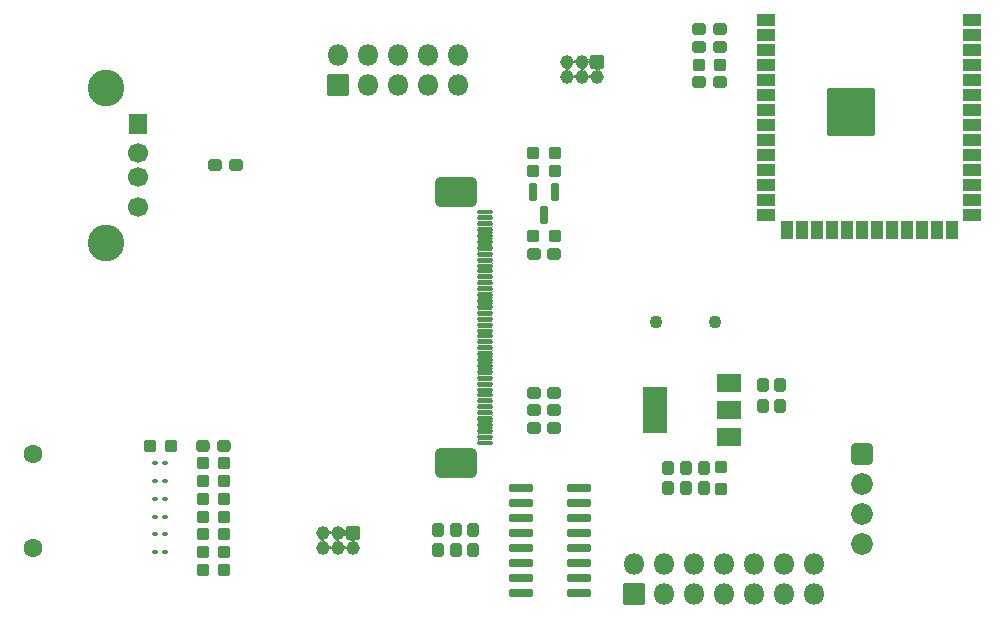
<source format=gts>
%TF.GenerationSoftware,KiCad,Pcbnew,(6.0.10)*%
%TF.CreationDate,2022-12-31T20:59:51+01:00*%
%TF.ProjectId,ESPreen,45535072-6565-46e2-9e6b-696361645f70,0*%
%TF.SameCoordinates,Original*%
%TF.FileFunction,Soldermask,Top*%
%TF.FilePolarity,Negative*%
%FSLAX46Y46*%
G04 Gerber Fmt 4.6, Leading zero omitted, Abs format (unit mm)*
G04 Created by KiCad (PCBNEW (6.0.10)) date 2022-12-31 20:59:51*
%MOMM*%
%LPD*%
G01*
G04 APERTURE LIST*
G04 Aperture macros list*
%AMRoundRect*
0 Rectangle with rounded corners*
0 $1 Rounding radius*
0 $2 $3 $4 $5 $6 $7 $8 $9 X,Y pos of 4 corners*
0 Add a 4 corners polygon primitive as box body*
4,1,4,$2,$3,$4,$5,$6,$7,$8,$9,$2,$3,0*
0 Add four circle primitives for the rounded corners*
1,1,$1+$1,$2,$3*
1,1,$1+$1,$4,$5*
1,1,$1+$1,$6,$7*
1,1,$1+$1,$8,$9*
0 Add four rect primitives between the rounded corners*
20,1,$1+$1,$2,$3,$4,$5,0*
20,1,$1+$1,$4,$5,$6,$7,0*
20,1,$1+$1,$6,$7,$8,$9,0*
20,1,$1+$1,$8,$9,$2,$3,0*%
G04 Aperture macros list end*
%ADD10RoundRect,0.125000X0.550000X-0.075000X0.550000X0.075000X-0.550000X0.075000X-0.550000X-0.075000X0*%
%ADD11RoundRect,0.550000X1.250000X-0.750000X1.250000X0.750000X-1.250000X0.750000X-1.250000X-0.750000X0*%
%ADD12RoundRect,0.050000X-0.525000X0.525000X-0.525000X-0.525000X0.525000X-0.525000X0.525000X0.525000X0*%
%ADD13C,1.150000*%
%ADD14RoundRect,0.287500X0.300000X0.237500X-0.300000X0.237500X-0.300000X-0.237500X0.300000X-0.237500X0*%
%ADD15RoundRect,0.287500X-0.237500X0.300000X-0.237500X-0.300000X0.237500X-0.300000X0.237500X0.300000X0*%
%ADD16RoundRect,0.287500X-0.250000X-0.237500X0.250000X-0.237500X0.250000X0.237500X-0.250000X0.237500X0*%
%ADD17RoundRect,0.287500X0.250000X0.237500X-0.250000X0.237500X-0.250000X-0.237500X0.250000X-0.237500X0*%
%ADD18RoundRect,0.287500X-0.300000X-0.237500X0.300000X-0.237500X0.300000X0.237500X-0.300000X0.237500X0*%
%ADD19RoundRect,0.050000X0.180000X0.125000X-0.180000X0.125000X-0.180000X-0.125000X0.180000X-0.125000X0*%
%ADD20RoundRect,0.050000X1.000000X0.750000X-1.000000X0.750000X-1.000000X-0.750000X1.000000X-0.750000X0*%
%ADD21RoundRect,0.050000X1.000000X1.900000X-1.000000X1.900000X-1.000000X-1.900000X1.000000X-1.900000X0*%
%ADD22RoundRect,0.050000X-0.750000X-0.450000X0.750000X-0.450000X0.750000X0.450000X-0.750000X0.450000X0*%
%ADD23RoundRect,0.050000X0.750000X0.450000X-0.750000X0.450000X-0.750000X-0.450000X0.750000X-0.450000X0*%
%ADD24RoundRect,0.050000X-0.450000X0.750000X-0.450000X-0.750000X0.450000X-0.750000X0.450000X0.750000X0*%
%ADD25C,0.600000*%
%ADD26RoundRect,0.050000X-1.950000X1.950000X-1.950000X-1.950000X1.950000X-1.950000X1.950000X1.950000X0*%
%ADD27RoundRect,0.200000X-0.150000X0.587500X-0.150000X-0.587500X0.150000X-0.587500X0.150000X0.587500X0*%
%ADD28C,1.100000*%
%ADD29RoundRect,0.200000X-0.825000X-0.150000X0.825000X-0.150000X0.825000X0.150000X-0.825000X0.150000X0*%
%ADD30RoundRect,0.050000X0.850000X-0.850000X0.850000X0.850000X-0.850000X0.850000X-0.850000X-0.850000X0*%
%ADD31O,1.800000X1.800000*%
%ADD32RoundRect,0.287500X0.237500X-0.300000X0.237500X0.300000X-0.237500X0.300000X-0.237500X-0.300000X0*%
%ADD33RoundRect,0.300000X-0.620000X0.620000X-0.620000X-0.620000X0.620000X-0.620000X0.620000X0.620000X0*%
%ADD34C,1.840000*%
%ADD35RoundRect,0.287500X-0.287500X-0.237500X0.287500X-0.237500X0.287500X0.237500X-0.287500X0.237500X0*%
%ADD36RoundRect,0.050000X-0.750000X0.800000X-0.750000X-0.800000X0.750000X-0.800000X0.750000X0.800000X0*%
%ADD37C,1.700000*%
%ADD38C,3.100000*%
%ADD39RoundRect,0.287500X-0.237500X0.250000X-0.237500X-0.250000X0.237500X-0.250000X0.237500X0.250000X0*%
%ADD40RoundRect,0.287500X0.237500X-0.287500X0.237500X0.287500X-0.237500X0.287500X-0.237500X-0.287500X0*%
%ADD41C,1.600000*%
G04 APERTURE END LIST*
D10*
%TO.C,U4*%
X150500000Y-102250000D03*
X150500000Y-101750000D03*
X150500000Y-101250000D03*
X150500000Y-100750000D03*
X150500000Y-100250000D03*
X150500000Y-99750000D03*
X150500000Y-99250000D03*
X150500000Y-98750000D03*
X150500000Y-98250000D03*
X150500000Y-97750000D03*
X150500000Y-97250000D03*
X150500000Y-96750000D03*
X150500000Y-96250000D03*
X150500000Y-95750000D03*
X150500000Y-95250000D03*
X150500000Y-94750000D03*
X150500000Y-94250000D03*
X150500000Y-93750000D03*
X150500000Y-93250000D03*
X150500000Y-92750000D03*
X150500000Y-92250000D03*
X150500000Y-91750000D03*
X150500000Y-91250000D03*
X150500000Y-90750000D03*
X150500000Y-90250000D03*
X150500000Y-89750000D03*
X150500000Y-89250000D03*
X150500000Y-88750000D03*
X150500000Y-88250000D03*
X150500000Y-87750000D03*
X150500000Y-87250000D03*
X150500000Y-86750000D03*
X150500000Y-86250000D03*
X150500000Y-85750000D03*
X150500000Y-85250000D03*
X150500000Y-84750000D03*
X150500000Y-84250000D03*
X150500000Y-83750000D03*
X150500000Y-83250000D03*
X150500000Y-82750000D03*
D11*
X148000000Y-81000000D03*
X148000000Y-104000000D03*
%TD*%
D12*
%TO.C,J6*%
X160000000Y-70000000D03*
D13*
X160000000Y-71270000D03*
X158730000Y-70000000D03*
X158730000Y-71270000D03*
X157460000Y-70000000D03*
X157460000Y-71270000D03*
%TD*%
D14*
%TO.C,C11*%
X170362500Y-67250000D03*
X168637500Y-67250000D03*
%TD*%
D15*
%TO.C,C7*%
X167500000Y-104387500D03*
X167500000Y-106112500D03*
%TD*%
D16*
%TO.C,R12*%
X154587500Y-77750000D03*
X156412500Y-77750000D03*
%TD*%
D17*
%TO.C,R2*%
X123912500Y-102500000D03*
X122087500Y-102500000D03*
%TD*%
D18*
%TO.C,C16*%
X154637500Y-86250000D03*
X156362500Y-86250000D03*
%TD*%
D19*
%TO.C,D7*%
X122580000Y-110000000D03*
X123420000Y-110000000D03*
%TD*%
D20*
%TO.C,U1*%
X171150000Y-101800000D03*
D21*
X164850000Y-99500000D03*
D20*
X171150000Y-99500000D03*
X171150000Y-97200000D03*
%TD*%
D17*
%TO.C,R10*%
X128412500Y-113000000D03*
X126587500Y-113000000D03*
%TD*%
D19*
%TO.C,D5*%
X122580000Y-107000000D03*
X123420000Y-107000000D03*
%TD*%
D14*
%TO.C,C8*%
X129362500Y-78750000D03*
X127637500Y-78750000D03*
%TD*%
D18*
%TO.C,C14*%
X154637500Y-99500000D03*
X156362500Y-99500000D03*
%TD*%
D22*
%TO.C,IC1*%
X174250000Y-66490000D03*
X174250000Y-67760000D03*
X174250000Y-69030000D03*
X174250000Y-70300000D03*
X174250000Y-71570000D03*
X174250000Y-72840000D03*
X174250000Y-74110000D03*
X174250000Y-75380000D03*
X174250000Y-76650000D03*
X174250000Y-77920000D03*
X174250000Y-79190000D03*
X174250000Y-80460000D03*
X174250000Y-81730000D03*
D23*
X174250000Y-83000000D03*
D24*
X176015000Y-84250000D03*
X177285000Y-84250000D03*
X178555000Y-84250000D03*
X179825000Y-84250000D03*
X181095000Y-84250000D03*
X182365000Y-84250000D03*
X183635000Y-84250000D03*
X184905000Y-84250000D03*
X186175000Y-84250000D03*
X187445000Y-84250000D03*
X188715000Y-84250000D03*
X189985000Y-84250000D03*
D22*
X191750000Y-83000000D03*
X191750000Y-81730000D03*
X191750000Y-80460000D03*
X191750000Y-79190000D03*
X191750000Y-77920000D03*
X191750000Y-76650000D03*
X191750000Y-75380000D03*
X191750000Y-74110000D03*
X191750000Y-72840000D03*
X191750000Y-71570000D03*
X191750000Y-70300000D03*
X191750000Y-69030000D03*
X191750000Y-67760000D03*
X191750000Y-66490000D03*
D25*
X182200000Y-74210000D03*
X180800000Y-72810000D03*
X181500000Y-74910000D03*
X182900000Y-73510000D03*
X181500000Y-73510000D03*
X182900000Y-74910000D03*
X180100000Y-74910000D03*
X180800000Y-74210000D03*
D26*
X181500000Y-74210000D03*
D25*
X182200000Y-72810000D03*
X182200000Y-75610000D03*
X180800000Y-75610000D03*
X180100000Y-73510000D03*
%TD*%
D18*
%TO.C,C13*%
X154637500Y-101000000D03*
X156362500Y-101000000D03*
%TD*%
D15*
%TO.C,C1*%
X175500000Y-97387500D03*
X175500000Y-99112500D03*
%TD*%
D19*
%TO.C,D6*%
X122580000Y-108500000D03*
X123420000Y-108500000D03*
%TD*%
D18*
%TO.C,C15*%
X154637500Y-98000000D03*
X156362500Y-98000000D03*
%TD*%
D17*
%TO.C,R5*%
X128412500Y-107000000D03*
X126587500Y-107000000D03*
%TD*%
D14*
%TO.C,C12*%
X170362500Y-68750000D03*
X168637500Y-68750000D03*
%TD*%
D16*
%TO.C,R13*%
X154587500Y-84750000D03*
X156412500Y-84750000D03*
%TD*%
%TO.C,R6*%
X168587500Y-70250000D03*
X170412500Y-70250000D03*
%TD*%
D15*
%TO.C,C3*%
X174000000Y-97387500D03*
X174000000Y-99112500D03*
%TD*%
D12*
%TO.C,J3*%
X139270000Y-109865000D03*
D13*
X139270000Y-111135000D03*
X138000000Y-109865000D03*
X138000000Y-111135000D03*
X136730000Y-109865000D03*
X136730000Y-111135000D03*
%TD*%
D27*
%TO.C,Q1*%
X156450000Y-81062500D03*
X154550000Y-81062500D03*
X155500000Y-82937500D03*
%TD*%
D17*
%TO.C,R4*%
X128412500Y-105500000D03*
X126587500Y-105500000D03*
%TD*%
D28*
%TO.C,TP1*%
X165000000Y-92000000D03*
%TD*%
D19*
%TO.C,D3*%
X122580000Y-104000000D03*
X123420000Y-104000000D03*
%TD*%
D17*
%TO.C,R3*%
X128412500Y-104000000D03*
X126587500Y-104000000D03*
%TD*%
%TO.C,R7*%
X128412500Y-108500000D03*
X126587500Y-108500000D03*
%TD*%
D29*
%TO.C,U2*%
X153525000Y-106055000D03*
X153525000Y-107325000D03*
X153525000Y-108595000D03*
X153525000Y-109865000D03*
X153525000Y-111135000D03*
X153525000Y-112405000D03*
X153525000Y-113675000D03*
X153525000Y-114945000D03*
X158475000Y-114945000D03*
X158475000Y-113675000D03*
X158475000Y-112405000D03*
X158475000Y-111135000D03*
X158475000Y-109865000D03*
X158475000Y-108595000D03*
X158475000Y-107325000D03*
X158475000Y-106055000D03*
%TD*%
D17*
%TO.C,R11*%
X156412500Y-79250000D03*
X154587500Y-79250000D03*
%TD*%
D30*
%TO.C,J2*%
X163125000Y-115025000D03*
D31*
X163125000Y-112485000D03*
X165665000Y-115025000D03*
X165665000Y-112485000D03*
X168205000Y-115025000D03*
X168205000Y-112485000D03*
X170745000Y-115025000D03*
X170745000Y-112485000D03*
X173285000Y-115025000D03*
X173285000Y-112485000D03*
X175825000Y-115025000D03*
X175825000Y-112485000D03*
X178365000Y-115025000D03*
X178365000Y-112485000D03*
%TD*%
D18*
%TO.C,C10*%
X168637500Y-71750000D03*
X170362500Y-71750000D03*
%TD*%
D32*
%TO.C,C5*%
X148000000Y-111362500D03*
X148000000Y-109637500D03*
%TD*%
D17*
%TO.C,R8*%
X128412500Y-110000000D03*
X126587500Y-110000000D03*
%TD*%
D19*
%TO.C,D4*%
X122580000Y-105500000D03*
X123420000Y-105500000D03*
%TD*%
D33*
%TO.C,J7*%
X182402500Y-103190000D03*
D34*
X182402500Y-105730000D03*
X182402500Y-108270000D03*
X182402500Y-110810000D03*
%TD*%
D30*
%TO.C,J4*%
X138000000Y-72000000D03*
D31*
X138000000Y-69460000D03*
X140540000Y-72000000D03*
X140540000Y-69460000D03*
X143080000Y-72000000D03*
X143080000Y-69460000D03*
X145620000Y-72000000D03*
X145620000Y-69460000D03*
X148160000Y-72000000D03*
X148160000Y-69460000D03*
%TD*%
D35*
%TO.C,D2*%
X126625000Y-102500000D03*
X128375000Y-102500000D03*
%TD*%
D32*
%TO.C,C2*%
X146500000Y-111362500D03*
X146500000Y-109637500D03*
%TD*%
D36*
%TO.C,J1*%
X121110000Y-75250000D03*
D37*
X121110000Y-77750000D03*
X121110000Y-79750000D03*
X121110000Y-82250000D03*
D38*
X118400000Y-85320000D03*
X118400000Y-72180000D03*
%TD*%
D15*
%TO.C,C6*%
X166000000Y-104387500D03*
X166000000Y-106112500D03*
%TD*%
D28*
%TO.C,TP2*%
X170000000Y-92000000D03*
%TD*%
D32*
%TO.C,C4*%
X149500000Y-111362500D03*
X149500000Y-109637500D03*
%TD*%
D39*
%TO.C,R1*%
X170500000Y-104337500D03*
X170500000Y-106162500D03*
%TD*%
D40*
%TO.C,D1*%
X169000000Y-106125000D03*
X169000000Y-104375000D03*
%TD*%
D17*
%TO.C,R9*%
X128412500Y-111500000D03*
X126587500Y-111500000D03*
%TD*%
D19*
%TO.C,D8*%
X122580000Y-111500000D03*
X123420000Y-111500000D03*
%TD*%
D41*
%TO.C,J5*%
X112250000Y-111200000D03*
X112250000Y-103200000D03*
%TD*%
G36*
X137275025Y-110956096D02*
G01*
X137311105Y-111001132D01*
X137369465Y-111017097D01*
X137426116Y-110995690D01*
X137454629Y-110956875D01*
X137456460Y-110956071D01*
X137458072Y-110957255D01*
X137458089Y-110958824D01*
X137446542Y-110986701D01*
X137427017Y-111135000D01*
X137446542Y-111283299D01*
X137458646Y-111312521D01*
X137458385Y-111314504D01*
X137456537Y-111315269D01*
X137455224Y-111314520D01*
X137420038Y-111269645D01*
X137361849Y-111253070D01*
X137304978Y-111273882D01*
X137275183Y-111313565D01*
X137273344Y-111314350D01*
X137271744Y-111313149D01*
X137271736Y-111311599D01*
X137283458Y-111283299D01*
X137302983Y-111135000D01*
X137283458Y-110986701D01*
X137271616Y-110958111D01*
X137271877Y-110956128D01*
X137273725Y-110955363D01*
X137275025Y-110956096D01*
G37*
G36*
X138545025Y-110956096D02*
G01*
X138581105Y-111001132D01*
X138639465Y-111017097D01*
X138696116Y-110995690D01*
X138724629Y-110956875D01*
X138726460Y-110956071D01*
X138728072Y-110957255D01*
X138728089Y-110958824D01*
X138716542Y-110986701D01*
X138697017Y-111135000D01*
X138716542Y-111283299D01*
X138728646Y-111312521D01*
X138728385Y-111314504D01*
X138726537Y-111315269D01*
X138725224Y-111314520D01*
X138690038Y-111269645D01*
X138631849Y-111253070D01*
X138574978Y-111273882D01*
X138545183Y-111313565D01*
X138543344Y-111314350D01*
X138541744Y-111313149D01*
X138541736Y-111311599D01*
X138553458Y-111283299D01*
X138572983Y-111135000D01*
X138553458Y-110986701D01*
X138541616Y-110958111D01*
X138541877Y-110956128D01*
X138543725Y-110955363D01*
X138545025Y-110956096D01*
G37*
G36*
X139580041Y-110439000D02*
G01*
X139580041Y-110441000D01*
X139578927Y-110441902D01*
X139520771Y-110460798D01*
X139485207Y-110509747D01*
X139485207Y-110570249D01*
X139520924Y-110619409D01*
X139522551Y-110620423D01*
X139523492Y-110622188D01*
X139522434Y-110623885D01*
X139520728Y-110623968D01*
X139418299Y-110581542D01*
X139270000Y-110562017D01*
X139121701Y-110581542D01*
X139012103Y-110626938D01*
X139010120Y-110626677D01*
X139009355Y-110624829D01*
X139009916Y-110623683D01*
X139049200Y-110583985D01*
X139058353Y-110524179D01*
X139030604Y-110470416D01*
X138976323Y-110443115D01*
X138961591Y-110441994D01*
X138959940Y-110440866D01*
X138960092Y-110438871D01*
X138961743Y-110438000D01*
X139578309Y-110438000D01*
X139580041Y-110439000D01*
G37*
G36*
X136581701Y-110418458D02*
G01*
X136730000Y-110437983D01*
X136878299Y-110418458D01*
X136967095Y-110381678D01*
X136969078Y-110381939D01*
X136969843Y-110383787D01*
X136968759Y-110385313D01*
X136916402Y-110411646D01*
X136917167Y-110413168D01*
X136917052Y-110415165D01*
X136916407Y-110415783D01*
X136881945Y-110436404D01*
X136858201Y-110492053D01*
X136871702Y-110551032D01*
X136917480Y-110590976D01*
X136931900Y-110595830D01*
X136936285Y-110596932D01*
X136936734Y-110597104D01*
X136974227Y-110616955D01*
X136975290Y-110618650D01*
X136974354Y-110620417D01*
X136972526Y-110620571D01*
X136878299Y-110581542D01*
X136730000Y-110562017D01*
X136581701Y-110581542D01*
X136490195Y-110619444D01*
X136488212Y-110619183D01*
X136487447Y-110617335D01*
X136488513Y-110615819D01*
X136528910Y-110594969D01*
X136529360Y-110594801D01*
X136529777Y-110594701D01*
X136531572Y-110593601D01*
X136531700Y-110593529D01*
X136538572Y-110589982D01*
X136538593Y-110589532D01*
X136539231Y-110588907D01*
X136581647Y-110562914D01*
X136604798Y-110507015D01*
X136590673Y-110448184D01*
X136544465Y-110408722D01*
X136532007Y-110404529D01*
X136518090Y-110400878D01*
X136517644Y-110400701D01*
X136483023Y-110381903D01*
X136481978Y-110380197D01*
X136482932Y-110378440D01*
X136484742Y-110378297D01*
X136581701Y-110418458D01*
G37*
G36*
X137851701Y-110418458D02*
G01*
X138000000Y-110437983D01*
X138148299Y-110418458D01*
X138237095Y-110381678D01*
X138239078Y-110381939D01*
X138239843Y-110383787D01*
X138238759Y-110385313D01*
X138186402Y-110411646D01*
X138187167Y-110413168D01*
X138187052Y-110415165D01*
X138186407Y-110415783D01*
X138151945Y-110436404D01*
X138128201Y-110492053D01*
X138141702Y-110551032D01*
X138187480Y-110590976D01*
X138201900Y-110595830D01*
X138206285Y-110596932D01*
X138206734Y-110597104D01*
X138244227Y-110616955D01*
X138245290Y-110618650D01*
X138244354Y-110620417D01*
X138242526Y-110620571D01*
X138148299Y-110581542D01*
X138000000Y-110562017D01*
X137851701Y-110581542D01*
X137760195Y-110619444D01*
X137758212Y-110619183D01*
X137757447Y-110617335D01*
X137758513Y-110615819D01*
X137798910Y-110594969D01*
X137799360Y-110594801D01*
X137799777Y-110594701D01*
X137801572Y-110593601D01*
X137801700Y-110593529D01*
X137808572Y-110589982D01*
X137808593Y-110589532D01*
X137809231Y-110588907D01*
X137851647Y-110562914D01*
X137874798Y-110507015D01*
X137860673Y-110448184D01*
X137814465Y-110408722D01*
X137802007Y-110404529D01*
X137788090Y-110400878D01*
X137787644Y-110400701D01*
X137753023Y-110381903D01*
X137751978Y-110380197D01*
X137752932Y-110378440D01*
X137754742Y-110378297D01*
X137851701Y-110418458D01*
G37*
G36*
X138696504Y-109546322D02*
G01*
X138697000Y-109547641D01*
X138697000Y-110181484D01*
X138696000Y-110183216D01*
X138694000Y-110183216D01*
X138693098Y-110182102D01*
X138674202Y-110123946D01*
X138625253Y-110088382D01*
X138564751Y-110088382D01*
X138515636Y-110124067D01*
X138506648Y-110140313D01*
X138506522Y-110140512D01*
X138503018Y-110145388D01*
X138501195Y-110146211D01*
X138499571Y-110145044D01*
X138499546Y-110143456D01*
X138553458Y-110013299D01*
X138572983Y-109865000D01*
X138553458Y-109716701D01*
X138501854Y-109592115D01*
X138502115Y-109590132D01*
X138503963Y-109589367D01*
X138505350Y-109590217D01*
X138514057Y-109602886D01*
X138562324Y-109639922D01*
X138622804Y-109641506D01*
X138672655Y-109607245D01*
X138693106Y-109546998D01*
X138694610Y-109545679D01*
X138696504Y-109546322D01*
G37*
G36*
X137275025Y-109686096D02*
G01*
X137311105Y-109731132D01*
X137369465Y-109747097D01*
X137426116Y-109725690D01*
X137454629Y-109686875D01*
X137456460Y-109686071D01*
X137458072Y-109687255D01*
X137458089Y-109688824D01*
X137446542Y-109716701D01*
X137427017Y-109865000D01*
X137446542Y-110013299D01*
X137458646Y-110042521D01*
X137458385Y-110044504D01*
X137456537Y-110045269D01*
X137455224Y-110044520D01*
X137420038Y-109999645D01*
X137361849Y-109983070D01*
X137304978Y-110003882D01*
X137275183Y-110043565D01*
X137273344Y-110044350D01*
X137271744Y-110043149D01*
X137271736Y-110041599D01*
X137283458Y-110013299D01*
X137302983Y-109865000D01*
X137283458Y-109716701D01*
X137271616Y-109688111D01*
X137271877Y-109686128D01*
X137273725Y-109685363D01*
X137275025Y-109686096D01*
G37*
G36*
X151127888Y-101921607D02*
G01*
X151127463Y-101922976D01*
X151093453Y-101966118D01*
X151091078Y-102026573D01*
X151122711Y-102073914D01*
X151122842Y-102075910D01*
X151121179Y-102077021D01*
X151119937Y-102076688D01*
X151097056Y-102061400D01*
X151049801Y-102052000D01*
X149950199Y-102052000D01*
X149902944Y-102061400D01*
X149875219Y-102079925D01*
X149873223Y-102080056D01*
X149872112Y-102078393D01*
X149872537Y-102077024D01*
X149906547Y-102033882D01*
X149908922Y-101973427D01*
X149877289Y-101926086D01*
X149877158Y-101924090D01*
X149878821Y-101922979D01*
X149880063Y-101923312D01*
X149902944Y-101938600D01*
X149950199Y-101948000D01*
X151049801Y-101948000D01*
X151097056Y-101938600D01*
X151124781Y-101920075D01*
X151126777Y-101919944D01*
X151127888Y-101921607D01*
G37*
G36*
X151127888Y-101421607D02*
G01*
X151127463Y-101422976D01*
X151093453Y-101466118D01*
X151091078Y-101526573D01*
X151122711Y-101573914D01*
X151122842Y-101575910D01*
X151121179Y-101577021D01*
X151119937Y-101576688D01*
X151097056Y-101561400D01*
X151049801Y-101552000D01*
X149950199Y-101552000D01*
X149902944Y-101561400D01*
X149875219Y-101579925D01*
X149873223Y-101580056D01*
X149872112Y-101578393D01*
X149872537Y-101577024D01*
X149906547Y-101533882D01*
X149908922Y-101473427D01*
X149877289Y-101426086D01*
X149877158Y-101424090D01*
X149878821Y-101422979D01*
X149880063Y-101423312D01*
X149902944Y-101438600D01*
X149950199Y-101448000D01*
X151049801Y-101448000D01*
X151097056Y-101438600D01*
X151124781Y-101420075D01*
X151126777Y-101419944D01*
X151127888Y-101421607D01*
G37*
G36*
X151127888Y-100921607D02*
G01*
X151127463Y-100922976D01*
X151093453Y-100966118D01*
X151091078Y-101026573D01*
X151122711Y-101073914D01*
X151122842Y-101075910D01*
X151121179Y-101077021D01*
X151119937Y-101076688D01*
X151097056Y-101061400D01*
X151049801Y-101052000D01*
X149950199Y-101052000D01*
X149902944Y-101061400D01*
X149875219Y-101079925D01*
X149873223Y-101080056D01*
X149872112Y-101078393D01*
X149872537Y-101077024D01*
X149906547Y-101033882D01*
X149908922Y-100973427D01*
X149877289Y-100926086D01*
X149877158Y-100924090D01*
X149878821Y-100922979D01*
X149880063Y-100923312D01*
X149902944Y-100938600D01*
X149950199Y-100948000D01*
X151049801Y-100948000D01*
X151097056Y-100938600D01*
X151124781Y-100920075D01*
X151126777Y-100919944D01*
X151127888Y-100921607D01*
G37*
G36*
X151127888Y-100421607D02*
G01*
X151127463Y-100422976D01*
X151093453Y-100466118D01*
X151091078Y-100526573D01*
X151122711Y-100573914D01*
X151122842Y-100575910D01*
X151121179Y-100577021D01*
X151119937Y-100576688D01*
X151097056Y-100561400D01*
X151049801Y-100552000D01*
X149950199Y-100552000D01*
X149902944Y-100561400D01*
X149875219Y-100579925D01*
X149873223Y-100580056D01*
X149872112Y-100578393D01*
X149872537Y-100577024D01*
X149906547Y-100533882D01*
X149908922Y-100473427D01*
X149877289Y-100426086D01*
X149877158Y-100424090D01*
X149878821Y-100422979D01*
X149880063Y-100423312D01*
X149902944Y-100438600D01*
X149950199Y-100448000D01*
X151049801Y-100448000D01*
X151097056Y-100438600D01*
X151124781Y-100420075D01*
X151126777Y-100419944D01*
X151127888Y-100421607D01*
G37*
G36*
X151127888Y-99921607D02*
G01*
X151127463Y-99922976D01*
X151093453Y-99966118D01*
X151091078Y-100026573D01*
X151122711Y-100073914D01*
X151122842Y-100075910D01*
X151121179Y-100077021D01*
X151119937Y-100076688D01*
X151097056Y-100061400D01*
X151049801Y-100052000D01*
X149950199Y-100052000D01*
X149902944Y-100061400D01*
X149875219Y-100079925D01*
X149873223Y-100080056D01*
X149872112Y-100078393D01*
X149872537Y-100077024D01*
X149906547Y-100033882D01*
X149908922Y-99973427D01*
X149877289Y-99926086D01*
X149877158Y-99924090D01*
X149878821Y-99922979D01*
X149880063Y-99923312D01*
X149902944Y-99938600D01*
X149950199Y-99948000D01*
X151049801Y-99948000D01*
X151097056Y-99938600D01*
X151124781Y-99920075D01*
X151126777Y-99919944D01*
X151127888Y-99921607D01*
G37*
G36*
X151127888Y-99421607D02*
G01*
X151127463Y-99422976D01*
X151093453Y-99466118D01*
X151091078Y-99526573D01*
X151122711Y-99573914D01*
X151122842Y-99575910D01*
X151121179Y-99577021D01*
X151119937Y-99576688D01*
X151097056Y-99561400D01*
X151049801Y-99552000D01*
X149950199Y-99552000D01*
X149902944Y-99561400D01*
X149875219Y-99579925D01*
X149873223Y-99580056D01*
X149872112Y-99578393D01*
X149872537Y-99577024D01*
X149906547Y-99533882D01*
X149908922Y-99473427D01*
X149877289Y-99426086D01*
X149877158Y-99424090D01*
X149878821Y-99422979D01*
X149880063Y-99423312D01*
X149902944Y-99438600D01*
X149950199Y-99448000D01*
X151049801Y-99448000D01*
X151097056Y-99438600D01*
X151124781Y-99420075D01*
X151126777Y-99419944D01*
X151127888Y-99421607D01*
G37*
G36*
X151127888Y-98921607D02*
G01*
X151127463Y-98922976D01*
X151093453Y-98966118D01*
X151091078Y-99026573D01*
X151122711Y-99073914D01*
X151122842Y-99075910D01*
X151121179Y-99077021D01*
X151119937Y-99076688D01*
X151097056Y-99061400D01*
X151049801Y-99052000D01*
X149950199Y-99052000D01*
X149902944Y-99061400D01*
X149875219Y-99079925D01*
X149873223Y-99080056D01*
X149872112Y-99078393D01*
X149872537Y-99077024D01*
X149906547Y-99033882D01*
X149908922Y-98973427D01*
X149877289Y-98926086D01*
X149877158Y-98924090D01*
X149878821Y-98922979D01*
X149880063Y-98923312D01*
X149902944Y-98938600D01*
X149950199Y-98948000D01*
X151049801Y-98948000D01*
X151097056Y-98938600D01*
X151124781Y-98920075D01*
X151126777Y-98919944D01*
X151127888Y-98921607D01*
G37*
G36*
X151127888Y-98421607D02*
G01*
X151127463Y-98422976D01*
X151093453Y-98466118D01*
X151091078Y-98526573D01*
X151122711Y-98573914D01*
X151122842Y-98575910D01*
X151121179Y-98577021D01*
X151119937Y-98576688D01*
X151097056Y-98561400D01*
X151049801Y-98552000D01*
X149950199Y-98552000D01*
X149902944Y-98561400D01*
X149875219Y-98579925D01*
X149873223Y-98580056D01*
X149872112Y-98578393D01*
X149872537Y-98577024D01*
X149906547Y-98533882D01*
X149908922Y-98473427D01*
X149877289Y-98426086D01*
X149877158Y-98424090D01*
X149878821Y-98422979D01*
X149880063Y-98423312D01*
X149902944Y-98438600D01*
X149950199Y-98448000D01*
X151049801Y-98448000D01*
X151097056Y-98438600D01*
X151124781Y-98420075D01*
X151126777Y-98419944D01*
X151127888Y-98421607D01*
G37*
G36*
X151127888Y-97921607D02*
G01*
X151127463Y-97922976D01*
X151093453Y-97966118D01*
X151091078Y-98026573D01*
X151122711Y-98073914D01*
X151122842Y-98075910D01*
X151121179Y-98077021D01*
X151119937Y-98076688D01*
X151097056Y-98061400D01*
X151049801Y-98052000D01*
X149950199Y-98052000D01*
X149902944Y-98061400D01*
X149875219Y-98079925D01*
X149873223Y-98080056D01*
X149872112Y-98078393D01*
X149872537Y-98077024D01*
X149906547Y-98033882D01*
X149908922Y-97973427D01*
X149877289Y-97926086D01*
X149877158Y-97924090D01*
X149878821Y-97922979D01*
X149880063Y-97923312D01*
X149902944Y-97938600D01*
X149950199Y-97948000D01*
X151049801Y-97948000D01*
X151097056Y-97938600D01*
X151124781Y-97920075D01*
X151126777Y-97919944D01*
X151127888Y-97921607D01*
G37*
G36*
X151127888Y-97421607D02*
G01*
X151127463Y-97422976D01*
X151093453Y-97466118D01*
X151091078Y-97526573D01*
X151122711Y-97573914D01*
X151122842Y-97575910D01*
X151121179Y-97577021D01*
X151119937Y-97576688D01*
X151097056Y-97561400D01*
X151049801Y-97552000D01*
X149950199Y-97552000D01*
X149902944Y-97561400D01*
X149875219Y-97579925D01*
X149873223Y-97580056D01*
X149872112Y-97578393D01*
X149872537Y-97577024D01*
X149906547Y-97533882D01*
X149908922Y-97473427D01*
X149877289Y-97426086D01*
X149877158Y-97424090D01*
X149878821Y-97422979D01*
X149880063Y-97423312D01*
X149902944Y-97438600D01*
X149950199Y-97448000D01*
X151049801Y-97448000D01*
X151097056Y-97438600D01*
X151124781Y-97420075D01*
X151126777Y-97419944D01*
X151127888Y-97421607D01*
G37*
G36*
X151127888Y-96921607D02*
G01*
X151127463Y-96922976D01*
X151093453Y-96966118D01*
X151091078Y-97026573D01*
X151122711Y-97073914D01*
X151122842Y-97075910D01*
X151121179Y-97077021D01*
X151119937Y-97076688D01*
X151097056Y-97061400D01*
X151049801Y-97052000D01*
X149950199Y-97052000D01*
X149902944Y-97061400D01*
X149875219Y-97079925D01*
X149873223Y-97080056D01*
X149872112Y-97078393D01*
X149872537Y-97077024D01*
X149906547Y-97033882D01*
X149908922Y-96973427D01*
X149877289Y-96926086D01*
X149877158Y-96924090D01*
X149878821Y-96922979D01*
X149880063Y-96923312D01*
X149902944Y-96938600D01*
X149950199Y-96948000D01*
X151049801Y-96948000D01*
X151097056Y-96938600D01*
X151124781Y-96920075D01*
X151126777Y-96919944D01*
X151127888Y-96921607D01*
G37*
G36*
X151127888Y-96421607D02*
G01*
X151127463Y-96422976D01*
X151093453Y-96466118D01*
X151091078Y-96526573D01*
X151122711Y-96573914D01*
X151122842Y-96575910D01*
X151121179Y-96577021D01*
X151119937Y-96576688D01*
X151097056Y-96561400D01*
X151049801Y-96552000D01*
X149950199Y-96552000D01*
X149902944Y-96561400D01*
X149875219Y-96579925D01*
X149873223Y-96580056D01*
X149872112Y-96578393D01*
X149872537Y-96577024D01*
X149906547Y-96533882D01*
X149908922Y-96473427D01*
X149877289Y-96426086D01*
X149877158Y-96424090D01*
X149878821Y-96422979D01*
X149880063Y-96423312D01*
X149902944Y-96438600D01*
X149950199Y-96448000D01*
X151049801Y-96448000D01*
X151097056Y-96438600D01*
X151124781Y-96420075D01*
X151126777Y-96419944D01*
X151127888Y-96421607D01*
G37*
G36*
X151127888Y-95921607D02*
G01*
X151127463Y-95922976D01*
X151093453Y-95966118D01*
X151091078Y-96026573D01*
X151122711Y-96073914D01*
X151122842Y-96075910D01*
X151121179Y-96077021D01*
X151119937Y-96076688D01*
X151097056Y-96061400D01*
X151049801Y-96052000D01*
X149950199Y-96052000D01*
X149902944Y-96061400D01*
X149875219Y-96079925D01*
X149873223Y-96080056D01*
X149872112Y-96078393D01*
X149872537Y-96077024D01*
X149906547Y-96033882D01*
X149908922Y-95973427D01*
X149877289Y-95926086D01*
X149877158Y-95924090D01*
X149878821Y-95922979D01*
X149880063Y-95923312D01*
X149902944Y-95938600D01*
X149950199Y-95948000D01*
X151049801Y-95948000D01*
X151097056Y-95938600D01*
X151124781Y-95920075D01*
X151126777Y-95919944D01*
X151127888Y-95921607D01*
G37*
G36*
X151127888Y-95421607D02*
G01*
X151127463Y-95422976D01*
X151093453Y-95466118D01*
X151091078Y-95526573D01*
X151122711Y-95573914D01*
X151122842Y-95575910D01*
X151121179Y-95577021D01*
X151119937Y-95576688D01*
X151097056Y-95561400D01*
X151049801Y-95552000D01*
X149950199Y-95552000D01*
X149902944Y-95561400D01*
X149875219Y-95579925D01*
X149873223Y-95580056D01*
X149872112Y-95578393D01*
X149872537Y-95577024D01*
X149906547Y-95533882D01*
X149908922Y-95473427D01*
X149877289Y-95426086D01*
X149877158Y-95424090D01*
X149878821Y-95422979D01*
X149880063Y-95423312D01*
X149902944Y-95438600D01*
X149950199Y-95448000D01*
X151049801Y-95448000D01*
X151097056Y-95438600D01*
X151124781Y-95420075D01*
X151126777Y-95419944D01*
X151127888Y-95421607D01*
G37*
G36*
X151127888Y-94921607D02*
G01*
X151127463Y-94922976D01*
X151093453Y-94966118D01*
X151091078Y-95026573D01*
X151122711Y-95073914D01*
X151122842Y-95075910D01*
X151121179Y-95077021D01*
X151119937Y-95076688D01*
X151097056Y-95061400D01*
X151049801Y-95052000D01*
X149950199Y-95052000D01*
X149902944Y-95061400D01*
X149875219Y-95079925D01*
X149873223Y-95080056D01*
X149872112Y-95078393D01*
X149872537Y-95077024D01*
X149906547Y-95033882D01*
X149908922Y-94973427D01*
X149877289Y-94926086D01*
X149877158Y-94924090D01*
X149878821Y-94922979D01*
X149880063Y-94923312D01*
X149902944Y-94938600D01*
X149950199Y-94948000D01*
X151049801Y-94948000D01*
X151097056Y-94938600D01*
X151124781Y-94920075D01*
X151126777Y-94919944D01*
X151127888Y-94921607D01*
G37*
G36*
X151127888Y-94421607D02*
G01*
X151127463Y-94422976D01*
X151093453Y-94466118D01*
X151091078Y-94526573D01*
X151122711Y-94573914D01*
X151122842Y-94575910D01*
X151121179Y-94577021D01*
X151119937Y-94576688D01*
X151097056Y-94561400D01*
X151049801Y-94552000D01*
X149950199Y-94552000D01*
X149902944Y-94561400D01*
X149875219Y-94579925D01*
X149873223Y-94580056D01*
X149872112Y-94578393D01*
X149872537Y-94577024D01*
X149906547Y-94533882D01*
X149908922Y-94473427D01*
X149877289Y-94426086D01*
X149877158Y-94424090D01*
X149878821Y-94422979D01*
X149880063Y-94423312D01*
X149902944Y-94438600D01*
X149950199Y-94448000D01*
X151049801Y-94448000D01*
X151097056Y-94438600D01*
X151124781Y-94420075D01*
X151126777Y-94419944D01*
X151127888Y-94421607D01*
G37*
G36*
X151127888Y-93921607D02*
G01*
X151127463Y-93922976D01*
X151093453Y-93966118D01*
X151091078Y-94026573D01*
X151122711Y-94073914D01*
X151122842Y-94075910D01*
X151121179Y-94077021D01*
X151119937Y-94076688D01*
X151097056Y-94061400D01*
X151049801Y-94052000D01*
X149950199Y-94052000D01*
X149902944Y-94061400D01*
X149875219Y-94079925D01*
X149873223Y-94080056D01*
X149872112Y-94078393D01*
X149872537Y-94077024D01*
X149906547Y-94033882D01*
X149908922Y-93973427D01*
X149877289Y-93926086D01*
X149877158Y-93924090D01*
X149878821Y-93922979D01*
X149880063Y-93923312D01*
X149902944Y-93938600D01*
X149950199Y-93948000D01*
X151049801Y-93948000D01*
X151097056Y-93938600D01*
X151124781Y-93920075D01*
X151126777Y-93919944D01*
X151127888Y-93921607D01*
G37*
G36*
X151127888Y-93421607D02*
G01*
X151127463Y-93422976D01*
X151093453Y-93466118D01*
X151091078Y-93526573D01*
X151122711Y-93573914D01*
X151122842Y-93575910D01*
X151121179Y-93577021D01*
X151119937Y-93576688D01*
X151097056Y-93561400D01*
X151049801Y-93552000D01*
X149950199Y-93552000D01*
X149902944Y-93561400D01*
X149875219Y-93579925D01*
X149873223Y-93580056D01*
X149872112Y-93578393D01*
X149872537Y-93577024D01*
X149906547Y-93533882D01*
X149908922Y-93473427D01*
X149877289Y-93426086D01*
X149877158Y-93424090D01*
X149878821Y-93422979D01*
X149880063Y-93423312D01*
X149902944Y-93438600D01*
X149950199Y-93448000D01*
X151049801Y-93448000D01*
X151097056Y-93438600D01*
X151124781Y-93420075D01*
X151126777Y-93419944D01*
X151127888Y-93421607D01*
G37*
G36*
X151127888Y-92921607D02*
G01*
X151127463Y-92922976D01*
X151093453Y-92966118D01*
X151091078Y-93026573D01*
X151122711Y-93073914D01*
X151122842Y-93075910D01*
X151121179Y-93077021D01*
X151119937Y-93076688D01*
X151097056Y-93061400D01*
X151049801Y-93052000D01*
X149950199Y-93052000D01*
X149902944Y-93061400D01*
X149875219Y-93079925D01*
X149873223Y-93080056D01*
X149872112Y-93078393D01*
X149872537Y-93077024D01*
X149906547Y-93033882D01*
X149908922Y-92973427D01*
X149877289Y-92926086D01*
X149877158Y-92924090D01*
X149878821Y-92922979D01*
X149880063Y-92923312D01*
X149902944Y-92938600D01*
X149950199Y-92948000D01*
X151049801Y-92948000D01*
X151097056Y-92938600D01*
X151124781Y-92920075D01*
X151126777Y-92919944D01*
X151127888Y-92921607D01*
G37*
G36*
X151127888Y-92421607D02*
G01*
X151127463Y-92422976D01*
X151093453Y-92466118D01*
X151091078Y-92526573D01*
X151122711Y-92573914D01*
X151122842Y-92575910D01*
X151121179Y-92577021D01*
X151119937Y-92576688D01*
X151097056Y-92561400D01*
X151049801Y-92552000D01*
X149950199Y-92552000D01*
X149902944Y-92561400D01*
X149875219Y-92579925D01*
X149873223Y-92580056D01*
X149872112Y-92578393D01*
X149872537Y-92577024D01*
X149906547Y-92533882D01*
X149908922Y-92473427D01*
X149877289Y-92426086D01*
X149877158Y-92424090D01*
X149878821Y-92422979D01*
X149880063Y-92423312D01*
X149902944Y-92438600D01*
X149950199Y-92448000D01*
X151049801Y-92448000D01*
X151097056Y-92438600D01*
X151124781Y-92420075D01*
X151126777Y-92419944D01*
X151127888Y-92421607D01*
G37*
G36*
X151127888Y-91921607D02*
G01*
X151127463Y-91922976D01*
X151093453Y-91966118D01*
X151091078Y-92026573D01*
X151122711Y-92073914D01*
X151122842Y-92075910D01*
X151121179Y-92077021D01*
X151119937Y-92076688D01*
X151097056Y-92061400D01*
X151049801Y-92052000D01*
X149950199Y-92052000D01*
X149902944Y-92061400D01*
X149875219Y-92079925D01*
X149873223Y-92080056D01*
X149872112Y-92078393D01*
X149872537Y-92077024D01*
X149906547Y-92033882D01*
X149908922Y-91973427D01*
X149877289Y-91926086D01*
X149877158Y-91924090D01*
X149878821Y-91922979D01*
X149880063Y-91923312D01*
X149902944Y-91938600D01*
X149950199Y-91948000D01*
X151049801Y-91948000D01*
X151097056Y-91938600D01*
X151124781Y-91920075D01*
X151126777Y-91919944D01*
X151127888Y-91921607D01*
G37*
G36*
X151127888Y-91421607D02*
G01*
X151127463Y-91422976D01*
X151093453Y-91466118D01*
X151091078Y-91526573D01*
X151122711Y-91573914D01*
X151122842Y-91575910D01*
X151121179Y-91577021D01*
X151119937Y-91576688D01*
X151097056Y-91561400D01*
X151049801Y-91552000D01*
X149950199Y-91552000D01*
X149902944Y-91561400D01*
X149875219Y-91579925D01*
X149873223Y-91580056D01*
X149872112Y-91578393D01*
X149872537Y-91577024D01*
X149906547Y-91533882D01*
X149908922Y-91473427D01*
X149877289Y-91426086D01*
X149877158Y-91424090D01*
X149878821Y-91422979D01*
X149880063Y-91423312D01*
X149902944Y-91438600D01*
X149950199Y-91448000D01*
X151049801Y-91448000D01*
X151097056Y-91438600D01*
X151124781Y-91420075D01*
X151126777Y-91419944D01*
X151127888Y-91421607D01*
G37*
G36*
X151127888Y-90921607D02*
G01*
X151127463Y-90922976D01*
X151093453Y-90966118D01*
X151091078Y-91026573D01*
X151122711Y-91073914D01*
X151122842Y-91075910D01*
X151121179Y-91077021D01*
X151119937Y-91076688D01*
X151097056Y-91061400D01*
X151049801Y-91052000D01*
X149950199Y-91052000D01*
X149902944Y-91061400D01*
X149875219Y-91079925D01*
X149873223Y-91080056D01*
X149872112Y-91078393D01*
X149872537Y-91077024D01*
X149906547Y-91033882D01*
X149908922Y-90973427D01*
X149877289Y-90926086D01*
X149877158Y-90924090D01*
X149878821Y-90922979D01*
X149880063Y-90923312D01*
X149902944Y-90938600D01*
X149950199Y-90948000D01*
X151049801Y-90948000D01*
X151097056Y-90938600D01*
X151124781Y-90920075D01*
X151126777Y-90919944D01*
X151127888Y-90921607D01*
G37*
G36*
X151127888Y-90421607D02*
G01*
X151127463Y-90422976D01*
X151093453Y-90466118D01*
X151091078Y-90526573D01*
X151122711Y-90573914D01*
X151122842Y-90575910D01*
X151121179Y-90577021D01*
X151119937Y-90576688D01*
X151097056Y-90561400D01*
X151049801Y-90552000D01*
X149950199Y-90552000D01*
X149902944Y-90561400D01*
X149875219Y-90579925D01*
X149873223Y-90580056D01*
X149872112Y-90578393D01*
X149872537Y-90577024D01*
X149906547Y-90533882D01*
X149908922Y-90473427D01*
X149877289Y-90426086D01*
X149877158Y-90424090D01*
X149878821Y-90422979D01*
X149880063Y-90423312D01*
X149902944Y-90438600D01*
X149950199Y-90448000D01*
X151049801Y-90448000D01*
X151097056Y-90438600D01*
X151124781Y-90420075D01*
X151126777Y-90419944D01*
X151127888Y-90421607D01*
G37*
G36*
X151127888Y-89921607D02*
G01*
X151127463Y-89922976D01*
X151093453Y-89966118D01*
X151091078Y-90026573D01*
X151122711Y-90073914D01*
X151122842Y-90075910D01*
X151121179Y-90077021D01*
X151119937Y-90076688D01*
X151097056Y-90061400D01*
X151049801Y-90052000D01*
X149950199Y-90052000D01*
X149902944Y-90061400D01*
X149875219Y-90079925D01*
X149873223Y-90080056D01*
X149872112Y-90078393D01*
X149872537Y-90077024D01*
X149906547Y-90033882D01*
X149908922Y-89973427D01*
X149877289Y-89926086D01*
X149877158Y-89924090D01*
X149878821Y-89922979D01*
X149880063Y-89923312D01*
X149902944Y-89938600D01*
X149950199Y-89948000D01*
X151049801Y-89948000D01*
X151097056Y-89938600D01*
X151124781Y-89920075D01*
X151126777Y-89919944D01*
X151127888Y-89921607D01*
G37*
G36*
X151127888Y-89421607D02*
G01*
X151127463Y-89422976D01*
X151093453Y-89466118D01*
X151091078Y-89526573D01*
X151122711Y-89573914D01*
X151122842Y-89575910D01*
X151121179Y-89577021D01*
X151119937Y-89576688D01*
X151097056Y-89561400D01*
X151049801Y-89552000D01*
X149950199Y-89552000D01*
X149902944Y-89561400D01*
X149875219Y-89579925D01*
X149873223Y-89580056D01*
X149872112Y-89578393D01*
X149872537Y-89577024D01*
X149906547Y-89533882D01*
X149908922Y-89473427D01*
X149877289Y-89426086D01*
X149877158Y-89424090D01*
X149878821Y-89422979D01*
X149880063Y-89423312D01*
X149902944Y-89438600D01*
X149950199Y-89448000D01*
X151049801Y-89448000D01*
X151097056Y-89438600D01*
X151124781Y-89420075D01*
X151126777Y-89419944D01*
X151127888Y-89421607D01*
G37*
G36*
X151127888Y-88921607D02*
G01*
X151127463Y-88922976D01*
X151093453Y-88966118D01*
X151091078Y-89026573D01*
X151122711Y-89073914D01*
X151122842Y-89075910D01*
X151121179Y-89077021D01*
X151119937Y-89076688D01*
X151097056Y-89061400D01*
X151049801Y-89052000D01*
X149950199Y-89052000D01*
X149902944Y-89061400D01*
X149875219Y-89079925D01*
X149873223Y-89080056D01*
X149872112Y-89078393D01*
X149872537Y-89077024D01*
X149906547Y-89033882D01*
X149908922Y-88973427D01*
X149877289Y-88926086D01*
X149877158Y-88924090D01*
X149878821Y-88922979D01*
X149880063Y-88923312D01*
X149902944Y-88938600D01*
X149950199Y-88948000D01*
X151049801Y-88948000D01*
X151097056Y-88938600D01*
X151124781Y-88920075D01*
X151126777Y-88919944D01*
X151127888Y-88921607D01*
G37*
G36*
X151127888Y-88421607D02*
G01*
X151127463Y-88422976D01*
X151093453Y-88466118D01*
X151091078Y-88526573D01*
X151122711Y-88573914D01*
X151122842Y-88575910D01*
X151121179Y-88577021D01*
X151119937Y-88576688D01*
X151097056Y-88561400D01*
X151049801Y-88552000D01*
X149950199Y-88552000D01*
X149902944Y-88561400D01*
X149875219Y-88579925D01*
X149873223Y-88580056D01*
X149872112Y-88578393D01*
X149872537Y-88577024D01*
X149906547Y-88533882D01*
X149908922Y-88473427D01*
X149877289Y-88426086D01*
X149877158Y-88424090D01*
X149878821Y-88422979D01*
X149880063Y-88423312D01*
X149902944Y-88438600D01*
X149950199Y-88448000D01*
X151049801Y-88448000D01*
X151097056Y-88438600D01*
X151124781Y-88420075D01*
X151126777Y-88419944D01*
X151127888Y-88421607D01*
G37*
G36*
X151127888Y-87921607D02*
G01*
X151127463Y-87922976D01*
X151093453Y-87966118D01*
X151091078Y-88026573D01*
X151122711Y-88073914D01*
X151122842Y-88075910D01*
X151121179Y-88077021D01*
X151119937Y-88076688D01*
X151097056Y-88061400D01*
X151049801Y-88052000D01*
X149950199Y-88052000D01*
X149902944Y-88061400D01*
X149875219Y-88079925D01*
X149873223Y-88080056D01*
X149872112Y-88078393D01*
X149872537Y-88077024D01*
X149906547Y-88033882D01*
X149908922Y-87973427D01*
X149877289Y-87926086D01*
X149877158Y-87924090D01*
X149878821Y-87922979D01*
X149880063Y-87923312D01*
X149902944Y-87938600D01*
X149950199Y-87948000D01*
X151049801Y-87948000D01*
X151097056Y-87938600D01*
X151124781Y-87920075D01*
X151126777Y-87919944D01*
X151127888Y-87921607D01*
G37*
G36*
X151127888Y-87421607D02*
G01*
X151127463Y-87422976D01*
X151093453Y-87466118D01*
X151091078Y-87526573D01*
X151122711Y-87573914D01*
X151122842Y-87575910D01*
X151121179Y-87577021D01*
X151119937Y-87576688D01*
X151097056Y-87561400D01*
X151049801Y-87552000D01*
X149950199Y-87552000D01*
X149902944Y-87561400D01*
X149875219Y-87579925D01*
X149873223Y-87580056D01*
X149872112Y-87578393D01*
X149872537Y-87577024D01*
X149906547Y-87533882D01*
X149908922Y-87473427D01*
X149877289Y-87426086D01*
X149877158Y-87424090D01*
X149878821Y-87422979D01*
X149880063Y-87423312D01*
X149902944Y-87438600D01*
X149950199Y-87448000D01*
X151049801Y-87448000D01*
X151097056Y-87438600D01*
X151124781Y-87420075D01*
X151126777Y-87419944D01*
X151127888Y-87421607D01*
G37*
G36*
X151127888Y-86921607D02*
G01*
X151127463Y-86922976D01*
X151093453Y-86966118D01*
X151091078Y-87026573D01*
X151122711Y-87073914D01*
X151122842Y-87075910D01*
X151121179Y-87077021D01*
X151119937Y-87076688D01*
X151097056Y-87061400D01*
X151049801Y-87052000D01*
X149950199Y-87052000D01*
X149902944Y-87061400D01*
X149875219Y-87079925D01*
X149873223Y-87080056D01*
X149872112Y-87078393D01*
X149872537Y-87077024D01*
X149906547Y-87033882D01*
X149908922Y-86973427D01*
X149877289Y-86926086D01*
X149877158Y-86924090D01*
X149878821Y-86922979D01*
X149880063Y-86923312D01*
X149902944Y-86938600D01*
X149950199Y-86948000D01*
X151049801Y-86948000D01*
X151097056Y-86938600D01*
X151124781Y-86920075D01*
X151126777Y-86919944D01*
X151127888Y-86921607D01*
G37*
G36*
X151127888Y-86421607D02*
G01*
X151127463Y-86422976D01*
X151093453Y-86466118D01*
X151091078Y-86526573D01*
X151122711Y-86573914D01*
X151122842Y-86575910D01*
X151121179Y-86577021D01*
X151119937Y-86576688D01*
X151097056Y-86561400D01*
X151049801Y-86552000D01*
X149950199Y-86552000D01*
X149902944Y-86561400D01*
X149875219Y-86579925D01*
X149873223Y-86580056D01*
X149872112Y-86578393D01*
X149872537Y-86577024D01*
X149906547Y-86533882D01*
X149908922Y-86473427D01*
X149877289Y-86426086D01*
X149877158Y-86424090D01*
X149878821Y-86422979D01*
X149880063Y-86423312D01*
X149902944Y-86438600D01*
X149950199Y-86448000D01*
X151049801Y-86448000D01*
X151097056Y-86438600D01*
X151124781Y-86420075D01*
X151126777Y-86419944D01*
X151127888Y-86421607D01*
G37*
G36*
X151127888Y-85921607D02*
G01*
X151127463Y-85922976D01*
X151093453Y-85966118D01*
X151091078Y-86026573D01*
X151122711Y-86073914D01*
X151122842Y-86075910D01*
X151121179Y-86077021D01*
X151119937Y-86076688D01*
X151097056Y-86061400D01*
X151049801Y-86052000D01*
X149950199Y-86052000D01*
X149902944Y-86061400D01*
X149875219Y-86079925D01*
X149873223Y-86080056D01*
X149872112Y-86078393D01*
X149872537Y-86077024D01*
X149906547Y-86033882D01*
X149908922Y-85973427D01*
X149877289Y-85926086D01*
X149877158Y-85924090D01*
X149878821Y-85922979D01*
X149880063Y-85923312D01*
X149902944Y-85938600D01*
X149950199Y-85948000D01*
X151049801Y-85948000D01*
X151097056Y-85938600D01*
X151124781Y-85920075D01*
X151126777Y-85919944D01*
X151127888Y-85921607D01*
G37*
G36*
X151127888Y-85421607D02*
G01*
X151127463Y-85422976D01*
X151093453Y-85466118D01*
X151091078Y-85526573D01*
X151122711Y-85573914D01*
X151122842Y-85575910D01*
X151121179Y-85577021D01*
X151119937Y-85576688D01*
X151097056Y-85561400D01*
X151049801Y-85552000D01*
X149950199Y-85552000D01*
X149902944Y-85561400D01*
X149875219Y-85579925D01*
X149873223Y-85580056D01*
X149872112Y-85578393D01*
X149872537Y-85577024D01*
X149906547Y-85533882D01*
X149908922Y-85473427D01*
X149877289Y-85426086D01*
X149877158Y-85424090D01*
X149878821Y-85422979D01*
X149880063Y-85423312D01*
X149902944Y-85438600D01*
X149950199Y-85448000D01*
X151049801Y-85448000D01*
X151097056Y-85438600D01*
X151124781Y-85420075D01*
X151126777Y-85419944D01*
X151127888Y-85421607D01*
G37*
G36*
X151127888Y-84921607D02*
G01*
X151127463Y-84922976D01*
X151093453Y-84966118D01*
X151091078Y-85026573D01*
X151122711Y-85073914D01*
X151122842Y-85075910D01*
X151121179Y-85077021D01*
X151119937Y-85076688D01*
X151097056Y-85061400D01*
X151049801Y-85052000D01*
X149950199Y-85052000D01*
X149902944Y-85061400D01*
X149875219Y-85079925D01*
X149873223Y-85080056D01*
X149872112Y-85078393D01*
X149872537Y-85077024D01*
X149906547Y-85033882D01*
X149908922Y-84973427D01*
X149877289Y-84926086D01*
X149877158Y-84924090D01*
X149878821Y-84922979D01*
X149880063Y-84923312D01*
X149902944Y-84938600D01*
X149950199Y-84948000D01*
X151049801Y-84948000D01*
X151097056Y-84938600D01*
X151124781Y-84920075D01*
X151126777Y-84919944D01*
X151127888Y-84921607D01*
G37*
G36*
X151127888Y-84421607D02*
G01*
X151127463Y-84422976D01*
X151093453Y-84466118D01*
X151091078Y-84526573D01*
X151122711Y-84573914D01*
X151122842Y-84575910D01*
X151121179Y-84577021D01*
X151119937Y-84576688D01*
X151097056Y-84561400D01*
X151049801Y-84552000D01*
X149950199Y-84552000D01*
X149902944Y-84561400D01*
X149875219Y-84579925D01*
X149873223Y-84580056D01*
X149872112Y-84578393D01*
X149872537Y-84577024D01*
X149906547Y-84533882D01*
X149908922Y-84473427D01*
X149877289Y-84426086D01*
X149877158Y-84424090D01*
X149878821Y-84422979D01*
X149880063Y-84423312D01*
X149902944Y-84438600D01*
X149950199Y-84448000D01*
X151049801Y-84448000D01*
X151097056Y-84438600D01*
X151124781Y-84420075D01*
X151126777Y-84419944D01*
X151127888Y-84421607D01*
G37*
G36*
X151127888Y-83921607D02*
G01*
X151127463Y-83922976D01*
X151093453Y-83966118D01*
X151091078Y-84026573D01*
X151122711Y-84073914D01*
X151122842Y-84075910D01*
X151121179Y-84077021D01*
X151119937Y-84076688D01*
X151097056Y-84061400D01*
X151049801Y-84052000D01*
X149950199Y-84052000D01*
X149902944Y-84061400D01*
X149875219Y-84079925D01*
X149873223Y-84080056D01*
X149872112Y-84078393D01*
X149872537Y-84077024D01*
X149906547Y-84033882D01*
X149908922Y-83973427D01*
X149877289Y-83926086D01*
X149877158Y-83924090D01*
X149878821Y-83922979D01*
X149880063Y-83923312D01*
X149902944Y-83938600D01*
X149950199Y-83948000D01*
X151049801Y-83948000D01*
X151097056Y-83938600D01*
X151124781Y-83920075D01*
X151126777Y-83919944D01*
X151127888Y-83921607D01*
G37*
G36*
X151127888Y-83421607D02*
G01*
X151127463Y-83422976D01*
X151093453Y-83466118D01*
X151091078Y-83526573D01*
X151122711Y-83573914D01*
X151122842Y-83575910D01*
X151121179Y-83577021D01*
X151119937Y-83576688D01*
X151097056Y-83561400D01*
X151049801Y-83552000D01*
X149950199Y-83552000D01*
X149902944Y-83561400D01*
X149875219Y-83579925D01*
X149873223Y-83580056D01*
X149872112Y-83578393D01*
X149872537Y-83577024D01*
X149906547Y-83533882D01*
X149908922Y-83473427D01*
X149877289Y-83426086D01*
X149877158Y-83424090D01*
X149878821Y-83422979D01*
X149880063Y-83423312D01*
X149902944Y-83438600D01*
X149950199Y-83448000D01*
X151049801Y-83448000D01*
X151097056Y-83438600D01*
X151124781Y-83420075D01*
X151126777Y-83419944D01*
X151127888Y-83421607D01*
G37*
G36*
X151127888Y-82921607D02*
G01*
X151127463Y-82922976D01*
X151093453Y-82966118D01*
X151091078Y-83026573D01*
X151122711Y-83073914D01*
X151122842Y-83075910D01*
X151121179Y-83077021D01*
X151119937Y-83076688D01*
X151097056Y-83061400D01*
X151049801Y-83052000D01*
X149950199Y-83052000D01*
X149902944Y-83061400D01*
X149875219Y-83079925D01*
X149873223Y-83080056D01*
X149872112Y-83078393D01*
X149872537Y-83077024D01*
X149906547Y-83033882D01*
X149908922Y-82973427D01*
X149877289Y-82926086D01*
X149877158Y-82924090D01*
X149878821Y-82922979D01*
X149880063Y-82923312D01*
X149902944Y-82938600D01*
X149950199Y-82948000D01*
X151049801Y-82948000D01*
X151097056Y-82938600D01*
X151124781Y-82920075D01*
X151126777Y-82919944D01*
X151127888Y-82921607D01*
G37*
G36*
X158005025Y-71091096D02*
G01*
X158041105Y-71136132D01*
X158099465Y-71152097D01*
X158156116Y-71130690D01*
X158184629Y-71091875D01*
X158186460Y-71091071D01*
X158188072Y-71092255D01*
X158188089Y-71093824D01*
X158176542Y-71121701D01*
X158157017Y-71270000D01*
X158176542Y-71418299D01*
X158188646Y-71447521D01*
X158188385Y-71449504D01*
X158186537Y-71450269D01*
X158185224Y-71449520D01*
X158150038Y-71404645D01*
X158091849Y-71388070D01*
X158034978Y-71408882D01*
X158005183Y-71448565D01*
X158003344Y-71449350D01*
X158001744Y-71448149D01*
X158001736Y-71446599D01*
X158013458Y-71418299D01*
X158032983Y-71270000D01*
X158013458Y-71121701D01*
X158001616Y-71093111D01*
X158001877Y-71091128D01*
X158003725Y-71090363D01*
X158005025Y-71091096D01*
G37*
G36*
X159275025Y-71091096D02*
G01*
X159311105Y-71136132D01*
X159369465Y-71152097D01*
X159426116Y-71130690D01*
X159454629Y-71091875D01*
X159456460Y-71091071D01*
X159458072Y-71092255D01*
X159458089Y-71093824D01*
X159446542Y-71121701D01*
X159427017Y-71270000D01*
X159446542Y-71418299D01*
X159458646Y-71447521D01*
X159458385Y-71449504D01*
X159456537Y-71450269D01*
X159455224Y-71449520D01*
X159420038Y-71404645D01*
X159361849Y-71388070D01*
X159304978Y-71408882D01*
X159275183Y-71448565D01*
X159273344Y-71449350D01*
X159271744Y-71448149D01*
X159271736Y-71446599D01*
X159283458Y-71418299D01*
X159302983Y-71270000D01*
X159283458Y-71121701D01*
X159271616Y-71093111D01*
X159271877Y-71091128D01*
X159273725Y-71090363D01*
X159275025Y-71091096D01*
G37*
G36*
X160310041Y-70574000D02*
G01*
X160310041Y-70576000D01*
X160308927Y-70576902D01*
X160250771Y-70595798D01*
X160215207Y-70644747D01*
X160215207Y-70705249D01*
X160250924Y-70754409D01*
X160252551Y-70755423D01*
X160253492Y-70757188D01*
X160252434Y-70758885D01*
X160250728Y-70758968D01*
X160148299Y-70716542D01*
X160000000Y-70697017D01*
X159851701Y-70716542D01*
X159742103Y-70761938D01*
X159740120Y-70761677D01*
X159739355Y-70759829D01*
X159739916Y-70758683D01*
X159779200Y-70718985D01*
X159788353Y-70659179D01*
X159760604Y-70605416D01*
X159706323Y-70578115D01*
X159691591Y-70576994D01*
X159689940Y-70575866D01*
X159690092Y-70573871D01*
X159691743Y-70573000D01*
X160308309Y-70573000D01*
X160310041Y-70574000D01*
G37*
G36*
X158581701Y-70553458D02*
G01*
X158730000Y-70572983D01*
X158878299Y-70553458D01*
X158967095Y-70516678D01*
X158969078Y-70516939D01*
X158969843Y-70518787D01*
X158968759Y-70520313D01*
X158916402Y-70546646D01*
X158917167Y-70548168D01*
X158917052Y-70550165D01*
X158916407Y-70550783D01*
X158881945Y-70571404D01*
X158858201Y-70627053D01*
X158871702Y-70686032D01*
X158917480Y-70725976D01*
X158931900Y-70730830D01*
X158936285Y-70731932D01*
X158936734Y-70732104D01*
X158974227Y-70751955D01*
X158975290Y-70753650D01*
X158974354Y-70755417D01*
X158972526Y-70755571D01*
X158878299Y-70716542D01*
X158730000Y-70697017D01*
X158581701Y-70716542D01*
X158490195Y-70754444D01*
X158488212Y-70754183D01*
X158487447Y-70752335D01*
X158488513Y-70750819D01*
X158528910Y-70729969D01*
X158529360Y-70729801D01*
X158529777Y-70729701D01*
X158531572Y-70728601D01*
X158531700Y-70728529D01*
X158538572Y-70724982D01*
X158538593Y-70724532D01*
X158539231Y-70723907D01*
X158581647Y-70697914D01*
X158604798Y-70642015D01*
X158590673Y-70583184D01*
X158544465Y-70543722D01*
X158532007Y-70539529D01*
X158518090Y-70535878D01*
X158517644Y-70535701D01*
X158483023Y-70516903D01*
X158481978Y-70515197D01*
X158482932Y-70513440D01*
X158484742Y-70513297D01*
X158581701Y-70553458D01*
G37*
G36*
X157311701Y-70553458D02*
G01*
X157460000Y-70572983D01*
X157608299Y-70553458D01*
X157697095Y-70516678D01*
X157699078Y-70516939D01*
X157699843Y-70518787D01*
X157698759Y-70520313D01*
X157646402Y-70546646D01*
X157647167Y-70548168D01*
X157647052Y-70550165D01*
X157646407Y-70550783D01*
X157611945Y-70571404D01*
X157588201Y-70627053D01*
X157601702Y-70686032D01*
X157647480Y-70725976D01*
X157661900Y-70730830D01*
X157666285Y-70731932D01*
X157666734Y-70732104D01*
X157704227Y-70751955D01*
X157705290Y-70753650D01*
X157704354Y-70755417D01*
X157702526Y-70755571D01*
X157608299Y-70716542D01*
X157460000Y-70697017D01*
X157311701Y-70716542D01*
X157220195Y-70754444D01*
X157218212Y-70754183D01*
X157217447Y-70752335D01*
X157218513Y-70750819D01*
X157258910Y-70729969D01*
X157259360Y-70729801D01*
X157259777Y-70729701D01*
X157261572Y-70728601D01*
X157261700Y-70728529D01*
X157268572Y-70724982D01*
X157268593Y-70724532D01*
X157269231Y-70723907D01*
X157311647Y-70697914D01*
X157334798Y-70642015D01*
X157320673Y-70583184D01*
X157274465Y-70543722D01*
X157262007Y-70539529D01*
X157248090Y-70535878D01*
X157247644Y-70535701D01*
X157213023Y-70516903D01*
X157211978Y-70515197D01*
X157212932Y-70513440D01*
X157214742Y-70513297D01*
X157311701Y-70553458D01*
G37*
G36*
X159426504Y-69681322D02*
G01*
X159427000Y-69682641D01*
X159427000Y-70316484D01*
X159426000Y-70318216D01*
X159424000Y-70318216D01*
X159423098Y-70317102D01*
X159404202Y-70258946D01*
X159355253Y-70223382D01*
X159294751Y-70223382D01*
X159245636Y-70259067D01*
X159236648Y-70275313D01*
X159236522Y-70275512D01*
X159233018Y-70280388D01*
X159231195Y-70281211D01*
X159229571Y-70280044D01*
X159229546Y-70278456D01*
X159283458Y-70148299D01*
X159302983Y-70000000D01*
X159283458Y-69851701D01*
X159231854Y-69727115D01*
X159232115Y-69725132D01*
X159233963Y-69724367D01*
X159235350Y-69725217D01*
X159244057Y-69737886D01*
X159292324Y-69774922D01*
X159352804Y-69776506D01*
X159402655Y-69742245D01*
X159423106Y-69681998D01*
X159424610Y-69680679D01*
X159426504Y-69681322D01*
G37*
G36*
X158005025Y-69821096D02*
G01*
X158041105Y-69866132D01*
X158099465Y-69882097D01*
X158156116Y-69860690D01*
X158184629Y-69821875D01*
X158186460Y-69821071D01*
X158188072Y-69822255D01*
X158188089Y-69823824D01*
X158176542Y-69851701D01*
X158157017Y-70000000D01*
X158176542Y-70148299D01*
X158188646Y-70177521D01*
X158188385Y-70179504D01*
X158186537Y-70180269D01*
X158185224Y-70179520D01*
X158150038Y-70134645D01*
X158091849Y-70118070D01*
X158034978Y-70138882D01*
X158005183Y-70178565D01*
X158003344Y-70179350D01*
X158001744Y-70178149D01*
X158001736Y-70176599D01*
X158013458Y-70148299D01*
X158032983Y-70000000D01*
X158013458Y-69851701D01*
X158001616Y-69823111D01*
X158001877Y-69821128D01*
X158003725Y-69820363D01*
X158005025Y-69821096D01*
G37*
M02*

</source>
